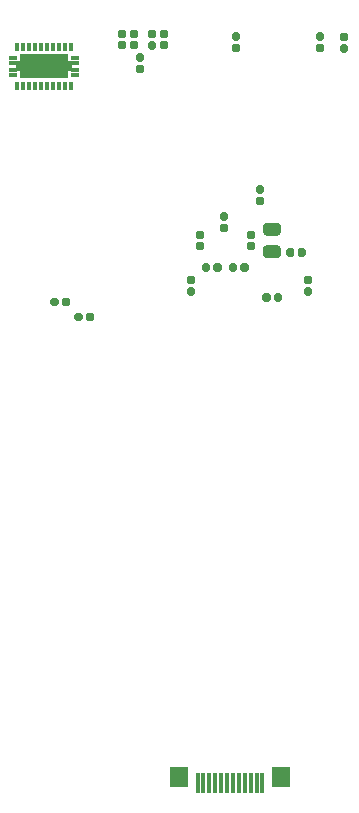
<source format=gbs>
G04 #@! TF.GenerationSoftware,KiCad,Pcbnew,5.1.6-c6e7f7d~86~ubuntu18.04.1*
G04 #@! TF.CreationDate,2021-09-21T12:25:19+02:00*
G04 #@! TF.ProjectId,nhci,6e686369-2e6b-4696-9361-645f70636258,rev?*
G04 #@! TF.SameCoordinates,Original*
G04 #@! TF.FileFunction,Soldermask,Bot*
G04 #@! TF.FilePolarity,Negative*
%FSLAX46Y46*%
G04 Gerber Fmt 4.6, Leading zero omitted, Abs format (unit mm)*
G04 Created by KiCad (PCBNEW 5.1.6-c6e7f7d~86~ubuntu18.04.1) date 2021-09-21 12:25:19*
%MOMM*%
%LPD*%
G01*
G04 APERTURE LIST*
%ADD10R,0.425000X0.850000*%
%ADD11R,0.700000X0.300000*%
%ADD12R,4.150000X2.150000*%
%ADD13R,0.700000X0.340000*%
%ADD14R,0.340000X0.700000*%
%ADD15R,1.500000X1.800000*%
%ADD16R,0.400000X1.800000*%
G04 APERTURE END LIST*
D10*
X47850000Y-108966000D03*
X52226000Y-108966000D03*
D11*
X47388000Y-108691000D03*
X47388000Y-109241000D03*
X52688000Y-108691000D03*
X52688000Y-109241000D03*
D12*
X50038000Y-108966000D03*
D13*
X52688000Y-108216000D03*
D14*
X52288000Y-107316000D03*
X51788000Y-107316000D03*
X51288000Y-107316000D03*
X50788000Y-107316000D03*
X50288000Y-107316000D03*
X49788000Y-107316000D03*
X49288000Y-107316000D03*
X48788000Y-107316000D03*
X48288000Y-107316000D03*
X47788000Y-107316000D03*
D13*
X47388000Y-108216000D03*
X47388000Y-109716000D03*
D14*
X47788000Y-110616000D03*
X48288000Y-110616000D03*
X48788000Y-110616000D03*
X49288000Y-110616000D03*
X49788000Y-110616000D03*
X50288000Y-110616000D03*
X50788000Y-110616000D03*
X51288000Y-110616000D03*
X51788000Y-110616000D03*
X52288000Y-110616000D03*
D13*
X52688000Y-109716000D03*
G36*
G01*
X53584000Y-130372500D02*
X53584000Y-129977500D01*
G75*
G02*
X53756500Y-129805000I172500J0D01*
G01*
X54101500Y-129805000D01*
G75*
G02*
X54274000Y-129977500I0J-172500D01*
G01*
X54274000Y-130372500D01*
G75*
G02*
X54101500Y-130545000I-172500J0D01*
G01*
X53756500Y-130545000D01*
G75*
G02*
X53584000Y-130372500I0J172500D01*
G01*
G37*
G36*
G01*
X52614000Y-130372500D02*
X52614000Y-129977500D01*
G75*
G02*
X52786500Y-129805000I172500J0D01*
G01*
X53131500Y-129805000D01*
G75*
G02*
X53304000Y-129977500I0J-172500D01*
G01*
X53304000Y-130372500D01*
G75*
G02*
X53131500Y-130545000I-172500J0D01*
G01*
X52786500Y-130545000D01*
G75*
G02*
X52614000Y-130372500I0J172500D01*
G01*
G37*
G36*
G01*
X51552000Y-129102500D02*
X51552000Y-128707500D01*
G75*
G02*
X51724500Y-128535000I172500J0D01*
G01*
X52069500Y-128535000D01*
G75*
G02*
X52242000Y-128707500I0J-172500D01*
G01*
X52242000Y-129102500D01*
G75*
G02*
X52069500Y-129275000I-172500J0D01*
G01*
X51724500Y-129275000D01*
G75*
G02*
X51552000Y-129102500I0J172500D01*
G01*
G37*
G36*
G01*
X50582000Y-129102500D02*
X50582000Y-128707500D01*
G75*
G02*
X50754500Y-128535000I172500J0D01*
G01*
X51099500Y-128535000D01*
G75*
G02*
X51272000Y-128707500I0J-172500D01*
G01*
X51272000Y-129102500D01*
G75*
G02*
X51099500Y-129275000I-172500J0D01*
G01*
X50754500Y-129275000D01*
G75*
G02*
X50582000Y-129102500I0J172500D01*
G01*
G37*
D15*
X70106000Y-169082000D03*
X61466000Y-169082000D03*
D16*
X63036000Y-169632000D03*
X63536000Y-169632000D03*
X64036000Y-169632000D03*
X64536000Y-169632000D03*
X65036000Y-169632000D03*
X65536000Y-169632000D03*
X66036000Y-169632000D03*
X66536000Y-169632000D03*
X67036000Y-169632000D03*
X67536000Y-169632000D03*
X68036000Y-169632000D03*
X68536000Y-169632000D03*
G36*
G01*
X73208500Y-107051000D02*
X73603500Y-107051000D01*
G75*
G02*
X73776000Y-107223500I0J-172500D01*
G01*
X73776000Y-107568500D01*
G75*
G02*
X73603500Y-107741000I-172500J0D01*
G01*
X73208500Y-107741000D01*
G75*
G02*
X73036000Y-107568500I0J172500D01*
G01*
X73036000Y-107223500D01*
G75*
G02*
X73208500Y-107051000I172500J0D01*
G01*
G37*
G36*
G01*
X73208500Y-106081000D02*
X73603500Y-106081000D01*
G75*
G02*
X73776000Y-106253500I0J-172500D01*
G01*
X73776000Y-106598500D01*
G75*
G02*
X73603500Y-106771000I-172500J0D01*
G01*
X73208500Y-106771000D01*
G75*
G02*
X73036000Y-106598500I0J172500D01*
G01*
X73036000Y-106253500D01*
G75*
G02*
X73208500Y-106081000I172500J0D01*
G01*
G37*
G36*
G01*
X66096500Y-107051000D02*
X66491500Y-107051000D01*
G75*
G02*
X66664000Y-107223500I0J-172500D01*
G01*
X66664000Y-107568500D01*
G75*
G02*
X66491500Y-107741000I-172500J0D01*
G01*
X66096500Y-107741000D01*
G75*
G02*
X65924000Y-107568500I0J172500D01*
G01*
X65924000Y-107223500D01*
G75*
G02*
X66096500Y-107051000I172500J0D01*
G01*
G37*
G36*
G01*
X66096500Y-106081000D02*
X66491500Y-106081000D01*
G75*
G02*
X66664000Y-106253500I0J-172500D01*
G01*
X66664000Y-106598500D01*
G75*
G02*
X66491500Y-106771000I-172500J0D01*
G01*
X66096500Y-106771000D01*
G75*
G02*
X65924000Y-106598500I0J172500D01*
G01*
X65924000Y-106253500D01*
G75*
G02*
X66096500Y-106081000I172500J0D01*
G01*
G37*
G36*
G01*
X57968500Y-108829000D02*
X58363500Y-108829000D01*
G75*
G02*
X58536000Y-109001500I0J-172500D01*
G01*
X58536000Y-109346500D01*
G75*
G02*
X58363500Y-109519000I-172500J0D01*
G01*
X57968500Y-109519000D01*
G75*
G02*
X57796000Y-109346500I0J172500D01*
G01*
X57796000Y-109001500D01*
G75*
G02*
X57968500Y-108829000I172500J0D01*
G01*
G37*
G36*
G01*
X57968500Y-107859000D02*
X58363500Y-107859000D01*
G75*
G02*
X58536000Y-108031500I0J-172500D01*
G01*
X58536000Y-108376500D01*
G75*
G02*
X58363500Y-108549000I-172500J0D01*
G01*
X57968500Y-108549000D01*
G75*
G02*
X57796000Y-108376500I0J172500D01*
G01*
X57796000Y-108031500D01*
G75*
G02*
X57968500Y-107859000I172500J0D01*
G01*
G37*
G36*
G01*
X60000500Y-106820000D02*
X60395500Y-106820000D01*
G75*
G02*
X60568000Y-106992500I0J-172500D01*
G01*
X60568000Y-107337500D01*
G75*
G02*
X60395500Y-107510000I-172500J0D01*
G01*
X60000500Y-107510000D01*
G75*
G02*
X59828000Y-107337500I0J172500D01*
G01*
X59828000Y-106992500D01*
G75*
G02*
X60000500Y-106820000I172500J0D01*
G01*
G37*
G36*
G01*
X60000500Y-105850000D02*
X60395500Y-105850000D01*
G75*
G02*
X60568000Y-106022500I0J-172500D01*
G01*
X60568000Y-106367500D01*
G75*
G02*
X60395500Y-106540000I-172500J0D01*
G01*
X60000500Y-106540000D01*
G75*
G02*
X59828000Y-106367500I0J172500D01*
G01*
X59828000Y-106022500D01*
G75*
G02*
X60000500Y-105850000I172500J0D01*
G01*
G37*
G36*
G01*
X58984500Y-106843000D02*
X59379500Y-106843000D01*
G75*
G02*
X59552000Y-107015500I0J-172500D01*
G01*
X59552000Y-107360500D01*
G75*
G02*
X59379500Y-107533000I-172500J0D01*
G01*
X58984500Y-107533000D01*
G75*
G02*
X58812000Y-107360500I0J172500D01*
G01*
X58812000Y-107015500D01*
G75*
G02*
X58984500Y-106843000I172500J0D01*
G01*
G37*
G36*
G01*
X58984500Y-105873000D02*
X59379500Y-105873000D01*
G75*
G02*
X59552000Y-106045500I0J-172500D01*
G01*
X59552000Y-106390500D01*
G75*
G02*
X59379500Y-106563000I-172500J0D01*
G01*
X58984500Y-106563000D01*
G75*
G02*
X58812000Y-106390500I0J172500D01*
G01*
X58812000Y-106045500D01*
G75*
G02*
X58984500Y-105873000I172500J0D01*
G01*
G37*
G36*
G01*
X75240500Y-107097000D02*
X75635500Y-107097000D01*
G75*
G02*
X75808000Y-107269500I0J-172500D01*
G01*
X75808000Y-107614500D01*
G75*
G02*
X75635500Y-107787000I-172500J0D01*
G01*
X75240500Y-107787000D01*
G75*
G02*
X75068000Y-107614500I0J172500D01*
G01*
X75068000Y-107269500D01*
G75*
G02*
X75240500Y-107097000I172500J0D01*
G01*
G37*
G36*
G01*
X75240500Y-106127000D02*
X75635500Y-106127000D01*
G75*
G02*
X75808000Y-106299500I0J-172500D01*
G01*
X75808000Y-106644500D01*
G75*
G02*
X75635500Y-106817000I-172500J0D01*
G01*
X75240500Y-106817000D01*
G75*
G02*
X75068000Y-106644500I0J172500D01*
G01*
X75068000Y-106299500D01*
G75*
G02*
X75240500Y-106127000I172500J0D01*
G01*
G37*
G36*
G01*
X57460500Y-106820000D02*
X57855500Y-106820000D01*
G75*
G02*
X58028000Y-106992500I0J-172500D01*
G01*
X58028000Y-107337500D01*
G75*
G02*
X57855500Y-107510000I-172500J0D01*
G01*
X57460500Y-107510000D01*
G75*
G02*
X57288000Y-107337500I0J172500D01*
G01*
X57288000Y-106992500D01*
G75*
G02*
X57460500Y-106820000I172500J0D01*
G01*
G37*
G36*
G01*
X57460500Y-105850000D02*
X57855500Y-105850000D01*
G75*
G02*
X58028000Y-106022500I0J-172500D01*
G01*
X58028000Y-106367500D01*
G75*
G02*
X57855500Y-106540000I-172500J0D01*
G01*
X57460500Y-106540000D01*
G75*
G02*
X57288000Y-106367500I0J172500D01*
G01*
X57288000Y-106022500D01*
G75*
G02*
X57460500Y-105850000I172500J0D01*
G01*
G37*
G36*
G01*
X56444500Y-106820000D02*
X56839500Y-106820000D01*
G75*
G02*
X57012000Y-106992500I0J-172500D01*
G01*
X57012000Y-107337500D01*
G75*
G02*
X56839500Y-107510000I-172500J0D01*
G01*
X56444500Y-107510000D01*
G75*
G02*
X56272000Y-107337500I0J172500D01*
G01*
X56272000Y-106992500D01*
G75*
G02*
X56444500Y-106820000I172500J0D01*
G01*
G37*
G36*
G01*
X56444500Y-105850000D02*
X56839500Y-105850000D01*
G75*
G02*
X57012000Y-106022500I0J-172500D01*
G01*
X57012000Y-106367500D01*
G75*
G02*
X56839500Y-106540000I-172500J0D01*
G01*
X56444500Y-106540000D01*
G75*
G02*
X56272000Y-106367500I0J172500D01*
G01*
X56272000Y-106022500D01*
G75*
G02*
X56444500Y-105850000I172500J0D01*
G01*
G37*
G36*
G01*
X66665000Y-126181500D02*
X66665000Y-125786500D01*
G75*
G02*
X66837500Y-125614000I172500J0D01*
G01*
X67182500Y-125614000D01*
G75*
G02*
X67355000Y-125786500I0J-172500D01*
G01*
X67355000Y-126181500D01*
G75*
G02*
X67182500Y-126354000I-172500J0D01*
G01*
X66837500Y-126354000D01*
G75*
G02*
X66665000Y-126181500I0J172500D01*
G01*
G37*
G36*
G01*
X65695000Y-126181500D02*
X65695000Y-125786500D01*
G75*
G02*
X65867500Y-125614000I172500J0D01*
G01*
X66212500Y-125614000D01*
G75*
G02*
X66385000Y-125786500I0J-172500D01*
G01*
X66385000Y-126181500D01*
G75*
G02*
X66212500Y-126354000I-172500J0D01*
G01*
X65867500Y-126354000D01*
G75*
G02*
X65695000Y-126181500I0J172500D01*
G01*
G37*
G36*
G01*
X65080500Y-122291000D02*
X65475500Y-122291000D01*
G75*
G02*
X65648000Y-122463500I0J-172500D01*
G01*
X65648000Y-122808500D01*
G75*
G02*
X65475500Y-122981000I-172500J0D01*
G01*
X65080500Y-122981000D01*
G75*
G02*
X64908000Y-122808500I0J172500D01*
G01*
X64908000Y-122463500D01*
G75*
G02*
X65080500Y-122291000I172500J0D01*
G01*
G37*
G36*
G01*
X65080500Y-121321000D02*
X65475500Y-121321000D01*
G75*
G02*
X65648000Y-121493500I0J-172500D01*
G01*
X65648000Y-121838500D01*
G75*
G02*
X65475500Y-122011000I-172500J0D01*
G01*
X65080500Y-122011000D01*
G75*
G02*
X64908000Y-121838500I0J172500D01*
G01*
X64908000Y-121493500D01*
G75*
G02*
X65080500Y-121321000I172500J0D01*
G01*
G37*
G36*
G01*
X64379000Y-126181500D02*
X64379000Y-125786500D01*
G75*
G02*
X64551500Y-125614000I172500J0D01*
G01*
X64896500Y-125614000D01*
G75*
G02*
X65069000Y-125786500I0J-172500D01*
G01*
X65069000Y-126181500D01*
G75*
G02*
X64896500Y-126354000I-172500J0D01*
G01*
X64551500Y-126354000D01*
G75*
G02*
X64379000Y-126181500I0J172500D01*
G01*
G37*
G36*
G01*
X63409000Y-126181500D02*
X63409000Y-125786500D01*
G75*
G02*
X63581500Y-125614000I172500J0D01*
G01*
X63926500Y-125614000D01*
G75*
G02*
X64099000Y-125786500I0J-172500D01*
G01*
X64099000Y-126181500D01*
G75*
G02*
X63926500Y-126354000I-172500J0D01*
G01*
X63581500Y-126354000D01*
G75*
G02*
X63409000Y-126181500I0J172500D01*
G01*
G37*
G36*
G01*
X71514000Y-124911500D02*
X71514000Y-124516500D01*
G75*
G02*
X71686500Y-124344000I172500J0D01*
G01*
X72031500Y-124344000D01*
G75*
G02*
X72204000Y-124516500I0J-172500D01*
G01*
X72204000Y-124911500D01*
G75*
G02*
X72031500Y-125084000I-172500J0D01*
G01*
X71686500Y-125084000D01*
G75*
G02*
X71514000Y-124911500I0J172500D01*
G01*
G37*
G36*
G01*
X70544000Y-124911500D02*
X70544000Y-124516500D01*
G75*
G02*
X70716500Y-124344000I172500J0D01*
G01*
X71061500Y-124344000D01*
G75*
G02*
X71234000Y-124516500I0J-172500D01*
G01*
X71234000Y-124911500D01*
G75*
G02*
X71061500Y-125084000I-172500J0D01*
G01*
X70716500Y-125084000D01*
G75*
G02*
X70544000Y-124911500I0J172500D01*
G01*
G37*
G36*
G01*
X62681500Y-127391000D02*
X62286500Y-127391000D01*
G75*
G02*
X62114000Y-127218500I0J172500D01*
G01*
X62114000Y-126873500D01*
G75*
G02*
X62286500Y-126701000I172500J0D01*
G01*
X62681500Y-126701000D01*
G75*
G02*
X62854000Y-126873500I0J-172500D01*
G01*
X62854000Y-127218500D01*
G75*
G02*
X62681500Y-127391000I-172500J0D01*
G01*
G37*
G36*
G01*
X62681500Y-128361000D02*
X62286500Y-128361000D01*
G75*
G02*
X62114000Y-128188500I0J172500D01*
G01*
X62114000Y-127843500D01*
G75*
G02*
X62286500Y-127671000I172500J0D01*
G01*
X62681500Y-127671000D01*
G75*
G02*
X62854000Y-127843500I0J-172500D01*
G01*
X62854000Y-128188500D01*
G75*
G02*
X62681500Y-128361000I-172500J0D01*
G01*
G37*
G36*
G01*
X68860750Y-124098000D02*
X69823250Y-124098000D01*
G75*
G02*
X70092000Y-124366750I0J-268750D01*
G01*
X70092000Y-124904250D01*
G75*
G02*
X69823250Y-125173000I-268750J0D01*
G01*
X68860750Y-125173000D01*
G75*
G02*
X68592000Y-124904250I0J268750D01*
G01*
X68592000Y-124366750D01*
G75*
G02*
X68860750Y-124098000I268750J0D01*
G01*
G37*
G36*
G01*
X68860750Y-122223000D02*
X69823250Y-122223000D01*
G75*
G02*
X70092000Y-122491750I0J-268750D01*
G01*
X70092000Y-123029250D01*
G75*
G02*
X69823250Y-123298000I-268750J0D01*
G01*
X68860750Y-123298000D01*
G75*
G02*
X68592000Y-123029250I0J268750D01*
G01*
X68592000Y-122491750D01*
G75*
G02*
X68860750Y-122223000I268750J0D01*
G01*
G37*
G36*
G01*
X67366500Y-123838000D02*
X67761500Y-123838000D01*
G75*
G02*
X67934000Y-124010500I0J-172500D01*
G01*
X67934000Y-124355500D01*
G75*
G02*
X67761500Y-124528000I-172500J0D01*
G01*
X67366500Y-124528000D01*
G75*
G02*
X67194000Y-124355500I0J172500D01*
G01*
X67194000Y-124010500D01*
G75*
G02*
X67366500Y-123838000I172500J0D01*
G01*
G37*
G36*
G01*
X67366500Y-122868000D02*
X67761500Y-122868000D01*
G75*
G02*
X67934000Y-123040500I0J-172500D01*
G01*
X67934000Y-123385500D01*
G75*
G02*
X67761500Y-123558000I-172500J0D01*
G01*
X67366500Y-123558000D01*
G75*
G02*
X67194000Y-123385500I0J172500D01*
G01*
X67194000Y-123040500D01*
G75*
G02*
X67366500Y-122868000I172500J0D01*
G01*
G37*
G36*
G01*
X72587500Y-127391000D02*
X72192500Y-127391000D01*
G75*
G02*
X72020000Y-127218500I0J172500D01*
G01*
X72020000Y-126873500D01*
G75*
G02*
X72192500Y-126701000I172500J0D01*
G01*
X72587500Y-126701000D01*
G75*
G02*
X72760000Y-126873500I0J-172500D01*
G01*
X72760000Y-127218500D01*
G75*
G02*
X72587500Y-127391000I-172500J0D01*
G01*
G37*
G36*
G01*
X72587500Y-128361000D02*
X72192500Y-128361000D01*
G75*
G02*
X72020000Y-128188500I0J172500D01*
G01*
X72020000Y-127843500D01*
G75*
G02*
X72192500Y-127671000I172500J0D01*
G01*
X72587500Y-127671000D01*
G75*
G02*
X72760000Y-127843500I0J-172500D01*
G01*
X72760000Y-128188500D01*
G75*
G02*
X72587500Y-128361000I-172500J0D01*
G01*
G37*
G36*
G01*
X69225000Y-128326500D02*
X69225000Y-128721500D01*
G75*
G02*
X69052500Y-128894000I-172500J0D01*
G01*
X68707500Y-128894000D01*
G75*
G02*
X68535000Y-128721500I0J172500D01*
G01*
X68535000Y-128326500D01*
G75*
G02*
X68707500Y-128154000I172500J0D01*
G01*
X69052500Y-128154000D01*
G75*
G02*
X69225000Y-128326500I0J-172500D01*
G01*
G37*
G36*
G01*
X70195000Y-128326500D02*
X70195000Y-128721500D01*
G75*
G02*
X70022500Y-128894000I-172500J0D01*
G01*
X69677500Y-128894000D01*
G75*
G02*
X69505000Y-128721500I0J172500D01*
G01*
X69505000Y-128326500D01*
G75*
G02*
X69677500Y-128154000I172500J0D01*
G01*
X70022500Y-128154000D01*
G75*
G02*
X70195000Y-128326500I0J-172500D01*
G01*
G37*
G36*
G01*
X63048500Y-123838000D02*
X63443500Y-123838000D01*
G75*
G02*
X63616000Y-124010500I0J-172500D01*
G01*
X63616000Y-124355500D01*
G75*
G02*
X63443500Y-124528000I-172500J0D01*
G01*
X63048500Y-124528000D01*
G75*
G02*
X62876000Y-124355500I0J172500D01*
G01*
X62876000Y-124010500D01*
G75*
G02*
X63048500Y-123838000I172500J0D01*
G01*
G37*
G36*
G01*
X63048500Y-122868000D02*
X63443500Y-122868000D01*
G75*
G02*
X63616000Y-123040500I0J-172500D01*
G01*
X63616000Y-123385500D01*
G75*
G02*
X63443500Y-123558000I-172500J0D01*
G01*
X63048500Y-123558000D01*
G75*
G02*
X62876000Y-123385500I0J172500D01*
G01*
X62876000Y-123040500D01*
G75*
G02*
X63048500Y-122868000I172500J0D01*
G01*
G37*
G36*
G01*
X68128500Y-120005000D02*
X68523500Y-120005000D01*
G75*
G02*
X68696000Y-120177500I0J-172500D01*
G01*
X68696000Y-120522500D01*
G75*
G02*
X68523500Y-120695000I-172500J0D01*
G01*
X68128500Y-120695000D01*
G75*
G02*
X67956000Y-120522500I0J172500D01*
G01*
X67956000Y-120177500D01*
G75*
G02*
X68128500Y-120005000I172500J0D01*
G01*
G37*
G36*
G01*
X68128500Y-119035000D02*
X68523500Y-119035000D01*
G75*
G02*
X68696000Y-119207500I0J-172500D01*
G01*
X68696000Y-119552500D01*
G75*
G02*
X68523500Y-119725000I-172500J0D01*
G01*
X68128500Y-119725000D01*
G75*
G02*
X67956000Y-119552500I0J172500D01*
G01*
X67956000Y-119207500D01*
G75*
G02*
X68128500Y-119035000I172500J0D01*
G01*
G37*
M02*

</source>
